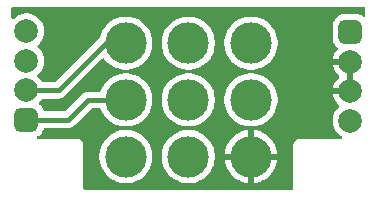
<source format=gbr>
%TF.GenerationSoftware,KiCad,Pcbnew,9.0.2*%
%TF.CreationDate,2025-07-08T13:29:16-05:00*%
%TF.ProjectId,3PDT Footswitch,33504454-2046-46f6-9f74-737769746368,rev?*%
%TF.SameCoordinates,Original*%
%TF.FileFunction,Copper,L2,Bot*%
%TF.FilePolarity,Positive*%
%FSLAX46Y46*%
G04 Gerber Fmt 4.6, Leading zero omitted, Abs format (unit mm)*
G04 Created by KiCad (PCBNEW 9.0.2) date 2025-07-08 13:29:16*
%MOMM*%
%LPD*%
G01*
G04 APERTURE LIST*
G04 Aperture macros list*
%AMRoundRect*
0 Rectangle with rounded corners*
0 $1 Rounding radius*
0 $2 $3 $4 $5 $6 $7 $8 $9 X,Y pos of 4 corners*
0 Add a 4 corners polygon primitive as box body*
4,1,4,$2,$3,$4,$5,$6,$7,$8,$9,$2,$3,0*
0 Add four circle primitives for the rounded corners*
1,1,$1+$1,$2,$3*
1,1,$1+$1,$4,$5*
1,1,$1+$1,$6,$7*
1,1,$1+$1,$8,$9*
0 Add four rect primitives between the rounded corners*
20,1,$1+$1,$2,$3,$4,$5,0*
20,1,$1+$1,$4,$5,$6,$7,0*
20,1,$1+$1,$6,$7,$8,$9,0*
20,1,$1+$1,$8,$9,$2,$3,0*%
G04 Aperture macros list end*
%TA.AperFunction,ComponentPad*%
%ADD10RoundRect,0.500000X0.500000X-0.500000X0.500000X0.500000X-0.500000X0.500000X-0.500000X-0.500000X0*%
%TD*%
%TA.AperFunction,ComponentPad*%
%ADD11C,2.000000*%
%TD*%
%TA.AperFunction,ComponentPad*%
%ADD12RoundRect,0.500000X-0.500000X0.500000X-0.500000X-0.500000X0.500000X-0.500000X0.500000X0.500000X0*%
%TD*%
%TA.AperFunction,ComponentPad*%
%ADD13C,3.500000*%
%TD*%
%TA.AperFunction,ViaPad*%
%ADD14C,0.609600*%
%TD*%
%TA.AperFunction,Conductor*%
%ADD15C,0.406400*%
%TD*%
G04 APERTURE END LIST*
D10*
%TO.P,J2,1,1*%
%TO.N,/LED+*%
X11684000Y23722000D03*
D11*
%TO.P,J2,2,2*%
%TO.N,/LED-*%
X11684000Y26222000D03*
%TO.P,J2,3,3*%
%TO.N,/OUT*%
X11684000Y28722000D03*
%TO.P,J2,4,4*%
%TO.N,/RETURN*%
X11684000Y31222000D03*
%TD*%
D12*
%TO.P,J1,1,1*%
%TO.N,/SEND*%
X39116000Y31142000D03*
D11*
%TO.P,J1,2,2*%
%TO.N,GND*%
X39116000Y28642000D03*
%TO.P,J1,3,3*%
X39116000Y26142000D03*
%TO.P,J1,4,4*%
%TO.N,/IN*%
X39116000Y23642000D03*
%TD*%
D13*
%TO.P,SW1,1,1*%
%TO.N,unconnected-(SW1-Pad1)*%
X20100000Y20600000D03*
%TO.P,SW1,2,2*%
%TO.N,/LED+*%
X20100000Y25400000D03*
%TO.P,SW1,3,3*%
%TO.N,/LED-*%
X20100000Y30200000D03*
%TO.P,SW1,4,4*%
%TO.N,/IN*%
X25400000Y20600000D03*
%TO.P,SW1,5,5*%
%TO.N,/OUT*%
X25400000Y25400000D03*
%TO.P,SW1,6,6*%
%TO.N,/RETURN*%
X25400000Y30200000D03*
%TO.P,SW1,7,7*%
%TO.N,GND*%
X30700000Y20600000D03*
%TO.P,SW1,8,8*%
%TO.N,/SEND*%
X30700000Y25400000D03*
%TO.P,SW1,9,9*%
%TO.N,/IN*%
X30700000Y30200000D03*
%TD*%
D14*
%TO.N,GND*%
X28117800Y32410400D03*
X36118800Y25196800D03*
X33959800Y32512000D03*
X22783800Y23215600D03*
X17068800Y22910800D03*
X15341600Y30911800D03*
%TD*%
D15*
%TO.N,/LED-*%
X20100000Y30200000D02*
X18389000Y30200000D01*
X14411000Y26222000D02*
X11684000Y26222000D01*
X18389000Y30200000D02*
X14411000Y26222000D01*
%TO.N,/LED+*%
X16891000Y25400000D02*
X15213000Y23722000D01*
X20100000Y25400000D02*
X16891000Y25400000D01*
X15213000Y23722000D02*
X11684000Y23722000D01*
%TD*%
%TA.AperFunction,Conductor*%
%TO.N,GND*%
G36*
X40328539Y33253815D02*
G01*
X40374294Y33201011D01*
X40385500Y33149500D01*
X40385500Y32566602D01*
X40365815Y32499563D01*
X40313011Y32453808D01*
X40243853Y32443864D01*
X40183138Y32470501D01*
X40169407Y32481698D01*
X39989049Y32575909D01*
X39793418Y32631886D01*
X39674037Y32642500D01*
X38557964Y32642499D01*
X38438582Y32631886D01*
X38242951Y32575909D01*
X38062593Y32481698D01*
X38016193Y32443864D01*
X37904890Y32353109D01*
X37861243Y32299579D01*
X37776302Y32195407D01*
X37713531Y32075238D01*
X37682089Y32015045D01*
X37648550Y31897829D01*
X37626114Y31819418D01*
X37626114Y31819416D01*
X37626113Y31819413D01*
X37615500Y31700033D01*
X37615500Y30583971D01*
X37615501Y30583965D01*
X37626113Y30464584D01*
X37682089Y30268954D01*
X37776304Y30088590D01*
X37904890Y29930890D01*
X38007115Y29847538D01*
X38046632Y29789917D01*
X38048724Y29720079D01*
X38016435Y29663755D01*
X37971866Y29619186D01*
X37833085Y29428171D01*
X37725897Y29217802D01*
X37652934Y28993247D01*
X37636898Y28892000D01*
X38682988Y28892000D01*
X38650075Y28834993D01*
X38616000Y28707826D01*
X38616000Y28576174D01*
X38650075Y28449007D01*
X38682988Y28392000D01*
X37636898Y28392000D01*
X37652934Y28290752D01*
X37725897Y28066197D01*
X37833085Y27855828D01*
X37971866Y27664813D01*
X38138816Y27497863D01*
X38146451Y27492317D01*
X38189116Y27436986D01*
X38195094Y27367373D01*
X38162487Y27305578D01*
X38146451Y27291683D01*
X38138816Y27286136D01*
X37971866Y27119186D01*
X37833085Y26928171D01*
X37725897Y26717802D01*
X37652934Y26493247D01*
X37636898Y26392000D01*
X38682988Y26392000D01*
X38650075Y26334993D01*
X38616000Y26207826D01*
X38616000Y26076174D01*
X38650075Y25949007D01*
X38682988Y25892000D01*
X37636898Y25892000D01*
X37652934Y25790752D01*
X37725897Y25566197D01*
X37833085Y25355828D01*
X37971866Y25164813D01*
X38138813Y24997866D01*
X38146025Y24992627D01*
X38188690Y24937297D01*
X38194669Y24867683D01*
X38162063Y24805888D01*
X38146027Y24791993D01*
X38138490Y24786517D01*
X37971483Y24619510D01*
X37832730Y24428534D01*
X37832657Y24428433D01*
X37725433Y24217996D01*
X37652446Y23993368D01*
X37615500Y23760097D01*
X37615500Y23523902D01*
X37652446Y23290631D01*
X37725433Y23066003D01*
X37832657Y22855566D01*
X37911862Y22746550D01*
X37971483Y22664490D01*
X37971485Y22664488D01*
X37971485Y22664487D01*
X38138487Y22497485D01*
X38329566Y22358657D01*
X38379951Y22332985D01*
X38430747Y22285010D01*
X38447542Y22217189D01*
X38425004Y22151054D01*
X38370289Y22107603D01*
X38323656Y22098500D01*
X34864945Y22098500D01*
X34731055Y22098500D01*
X34601726Y22063847D01*
X34485774Y21996901D01*
X34391099Y21902226D01*
X34324153Y21786274D01*
X34291859Y21665747D01*
X34289500Y21656944D01*
X34289500Y17904500D01*
X34269815Y17837461D01*
X34217011Y17791706D01*
X34165500Y17780500D01*
X16634500Y17780500D01*
X16567461Y17800185D01*
X16521706Y17852989D01*
X16510500Y17904500D01*
X16510500Y20747513D01*
X17849500Y20747513D01*
X17849500Y20452486D01*
X17886153Y20174085D01*
X17887994Y20160102D01*
X17888006Y20160015D01*
X17888008Y20160004D01*
X17964361Y19875048D01*
X17964364Y19875038D01*
X18077254Y19602499D01*
X18077258Y19602489D01*
X18224761Y19347006D01*
X18404352Y19112959D01*
X18404358Y19112952D01*
X18612952Y18904358D01*
X18612959Y18904352D01*
X18847006Y18724761D01*
X19102489Y18577258D01*
X19102499Y18577254D01*
X19375038Y18464364D01*
X19375048Y18464361D01*
X19660007Y18388007D01*
X19660015Y18388006D01*
X19952486Y18349500D01*
X19952494Y18349500D01*
X20247513Y18349500D01*
X20491113Y18381571D01*
X20539993Y18388007D01*
X20824952Y18464361D01*
X20824954Y18464362D01*
X20824961Y18464364D01*
X21097500Y18577254D01*
X21097510Y18577258D01*
X21352993Y18724761D01*
X21587040Y18904352D01*
X21587047Y18904358D01*
X21795641Y19112952D01*
X21795647Y19112959D01*
X21975238Y19347006D01*
X22122741Y19602489D01*
X22122745Y19602499D01*
X22122832Y19602707D01*
X22235639Y19875048D01*
X22311993Y20160007D01*
X22350500Y20452494D01*
X22350500Y20747506D01*
X22350499Y20747513D01*
X23149500Y20747513D01*
X23149500Y20452486D01*
X23186153Y20174085D01*
X23187994Y20160102D01*
X23188006Y20160015D01*
X23188008Y20160004D01*
X23264361Y19875048D01*
X23264364Y19875038D01*
X23377254Y19602499D01*
X23377258Y19602489D01*
X23524761Y19347006D01*
X23704352Y19112959D01*
X23704358Y19112952D01*
X23912952Y18904358D01*
X23912959Y18904352D01*
X24147006Y18724761D01*
X24402489Y18577258D01*
X24402499Y18577254D01*
X24675038Y18464364D01*
X24675048Y18464361D01*
X24960007Y18388007D01*
X24960015Y18388006D01*
X25252486Y18349500D01*
X25252494Y18349500D01*
X25547513Y18349500D01*
X25791113Y18381571D01*
X25839993Y18388007D01*
X26124952Y18464361D01*
X26124954Y18464362D01*
X26124961Y18464364D01*
X26397500Y18577254D01*
X26397510Y18577258D01*
X26652993Y18724761D01*
X26887040Y18904352D01*
X26887047Y18904358D01*
X27095641Y19112952D01*
X27095647Y19112959D01*
X27275238Y19347006D01*
X27422741Y19602489D01*
X27422745Y19602499D01*
X27422832Y19602707D01*
X27535639Y19875048D01*
X27611993Y20160007D01*
X27650500Y20452494D01*
X27650500Y20747506D01*
X27637006Y20850000D01*
X28463498Y20850000D01*
X29575261Y20850000D01*
X29550000Y20690507D01*
X29550000Y20509493D01*
X29575261Y20350000D01*
X28463498Y20350000D01*
X28488496Y20160115D01*
X28488499Y20160102D01*
X28564835Y19875209D01*
X28564838Y19875199D01*
X28677704Y19602718D01*
X28677709Y19602707D01*
X28825174Y19347292D01*
X28825185Y19347276D01*
X29004729Y19113290D01*
X29004735Y19113283D01*
X29213283Y18904735D01*
X29213290Y18904729D01*
X29447276Y18725185D01*
X29447292Y18725174D01*
X29702707Y18577709D01*
X29702718Y18577704D01*
X29975199Y18464838D01*
X29975209Y18464835D01*
X30260102Y18388499D01*
X30260113Y18388497D01*
X30449999Y18363496D01*
X30450000Y18363496D01*
X30450000Y19475261D01*
X30609493Y19450000D01*
X30790507Y19450000D01*
X30950000Y19475261D01*
X30950000Y18363496D01*
X31139886Y18388497D01*
X31139897Y18388499D01*
X31424790Y18464835D01*
X31424800Y18464838D01*
X31697281Y18577704D01*
X31697292Y18577709D01*
X31952707Y18725174D01*
X31952723Y18725185D01*
X32186709Y18904729D01*
X32186716Y18904735D01*
X32395264Y19113283D01*
X32395270Y19113290D01*
X32574814Y19347276D01*
X32574825Y19347292D01*
X32722290Y19602707D01*
X32722295Y19602718D01*
X32835161Y19875199D01*
X32835164Y19875209D01*
X32911500Y20160102D01*
X32911503Y20160115D01*
X32936502Y20350000D01*
X31824739Y20350000D01*
X31850000Y20509493D01*
X31850000Y20690507D01*
X31824739Y20850000D01*
X32936502Y20850000D01*
X32911503Y21039884D01*
X32911500Y21039897D01*
X32835164Y21324790D01*
X32835161Y21324800D01*
X32722295Y21597281D01*
X32722290Y21597292D01*
X32574825Y21852707D01*
X32574814Y21852723D01*
X32395270Y22086709D01*
X32395264Y22086716D01*
X32186716Y22295264D01*
X32186709Y22295270D01*
X31952723Y22474814D01*
X31952707Y22474825D01*
X31697292Y22622290D01*
X31697281Y22622295D01*
X31424800Y22735161D01*
X31424790Y22735164D01*
X31139897Y22811500D01*
X31139884Y22811503D01*
X30950000Y22836501D01*
X30950000Y21724738D01*
X30790507Y21750000D01*
X30609493Y21750000D01*
X30450000Y21724738D01*
X30450000Y22836502D01*
X30260115Y22811503D01*
X30260102Y22811500D01*
X29975209Y22735164D01*
X29975199Y22735161D01*
X29702718Y22622295D01*
X29702707Y22622290D01*
X29447292Y22474825D01*
X29447276Y22474814D01*
X29213290Y22295270D01*
X29213283Y22295264D01*
X29004735Y22086716D01*
X29004729Y22086709D01*
X28825185Y21852723D01*
X28825174Y21852707D01*
X28677709Y21597292D01*
X28677704Y21597281D01*
X28564838Y21324800D01*
X28564835Y21324790D01*
X28488499Y21039897D01*
X28488496Y21039884D01*
X28463498Y20850000D01*
X27637006Y20850000D01*
X27611993Y21039993D01*
X27535639Y21324952D01*
X27422743Y21597507D01*
X27275238Y21852994D01*
X27095646Y22087042D01*
X26887042Y22295646D01*
X26652994Y22475238D01*
X26397507Y22622743D01*
X26124952Y22735639D01*
X25839993Y22811993D01*
X25547506Y22850500D01*
X25252494Y22850500D01*
X24960007Y22811993D01*
X24675048Y22735639D01*
X24402493Y22622743D01*
X24402490Y22622741D01*
X24402489Y22622741D01*
X24147006Y22475238D01*
X23912959Y22295647D01*
X23912952Y22295641D01*
X23704358Y22087047D01*
X23704352Y22087040D01*
X23524761Y21852993D01*
X23377258Y21597510D01*
X23377254Y21597500D01*
X23264364Y21324961D01*
X23264362Y21324954D01*
X23264361Y21324952D01*
X23188007Y21039993D01*
X23187993Y21039884D01*
X23149500Y20747513D01*
X22350499Y20747513D01*
X22311993Y21039993D01*
X22235639Y21324952D01*
X22122743Y21597507D01*
X21975238Y21852994D01*
X21795646Y22087042D01*
X21587042Y22295646D01*
X21352994Y22475238D01*
X21097507Y22622743D01*
X20824952Y22735639D01*
X20539993Y22811993D01*
X20247506Y22850500D01*
X19952494Y22850500D01*
X19660007Y22811993D01*
X19375048Y22735639D01*
X19102493Y22622743D01*
X19102490Y22622741D01*
X19102489Y22622741D01*
X18847006Y22475238D01*
X18612959Y22295647D01*
X18612952Y22295641D01*
X18404358Y22087047D01*
X18404352Y22087040D01*
X18224761Y21852993D01*
X18077258Y21597510D01*
X18077254Y21597500D01*
X17964364Y21324961D01*
X17964362Y21324954D01*
X17964361Y21324952D01*
X17888007Y21039993D01*
X17887993Y21039884D01*
X17849500Y20747513D01*
X16510500Y20747513D01*
X16510500Y21656943D01*
X16510500Y21656945D01*
X16475847Y21786274D01*
X16408901Y21902226D01*
X16314226Y21996901D01*
X16198274Y22063847D01*
X16068945Y22098500D01*
X16068943Y22098500D01*
X12699302Y22098500D01*
X12632263Y22118185D01*
X12586508Y22170989D01*
X12576564Y22240147D01*
X12605589Y22303703D01*
X12641889Y22332408D01*
X12737407Y22382302D01*
X12895109Y22510890D01*
X12985947Y22622295D01*
X13023698Y22668593D01*
X13117909Y22848951D01*
X13140646Y22928412D01*
X13178014Y22987450D01*
X13241368Y23016913D01*
X13259862Y23018300D01*
X15137558Y23018300D01*
X15137578Y23018299D01*
X15143692Y23018299D01*
X15282310Y23018299D01*
X15418256Y23045341D01*
X15418264Y23045343D01*
X15546323Y23098386D01*
X15661585Y23175401D01*
X15763920Y23277736D01*
X15763940Y23277758D01*
X17146163Y24659981D01*
X17207486Y24693466D01*
X17233844Y24696300D01*
X17872704Y24696300D01*
X17939743Y24676615D01*
X17985498Y24623811D01*
X17987265Y24619753D01*
X18077254Y24402499D01*
X18077258Y24402489D01*
X18224761Y24147006D01*
X18404352Y23912959D01*
X18404358Y23912952D01*
X18612952Y23704358D01*
X18612959Y23704352D01*
X18847006Y23524761D01*
X19102489Y23377258D01*
X19102499Y23377254D01*
X19375038Y23264364D01*
X19375048Y23264361D01*
X19660007Y23188007D01*
X19660015Y23188006D01*
X19952486Y23149500D01*
X19952494Y23149500D01*
X20247513Y23149500D01*
X20491113Y23181571D01*
X20539993Y23188007D01*
X20824952Y23264361D01*
X20824954Y23264362D01*
X20824961Y23264364D01*
X21097500Y23377254D01*
X21097510Y23377258D01*
X21352993Y23524761D01*
X21587040Y23704352D01*
X21587047Y23704358D01*
X21795641Y23912952D01*
X21795647Y23912959D01*
X21975238Y24147006D01*
X22122741Y24402489D01*
X22122745Y24402499D01*
X22132356Y24425700D01*
X22235639Y24675048D01*
X22311993Y24960007D01*
X22350500Y25252494D01*
X22350500Y25547506D01*
X22350499Y25547513D01*
X23149500Y25547513D01*
X23149500Y25252486D01*
X23188006Y24960015D01*
X23188008Y24960004D01*
X23264361Y24675048D01*
X23264364Y24675038D01*
X23377254Y24402499D01*
X23377258Y24402489D01*
X23524761Y24147006D01*
X23704352Y23912959D01*
X23704358Y23912952D01*
X23912952Y23704358D01*
X23912959Y23704352D01*
X24147006Y23524761D01*
X24402489Y23377258D01*
X24402499Y23377254D01*
X24675038Y23264364D01*
X24675048Y23264361D01*
X24960007Y23188007D01*
X24960015Y23188006D01*
X25252486Y23149500D01*
X25252494Y23149500D01*
X25547513Y23149500D01*
X25791113Y23181571D01*
X25839993Y23188007D01*
X26124952Y23264361D01*
X26124954Y23264362D01*
X26124961Y23264364D01*
X26397500Y23377254D01*
X26397510Y23377258D01*
X26652993Y23524761D01*
X26887040Y23704352D01*
X26887047Y23704358D01*
X27095641Y23912952D01*
X27095647Y23912959D01*
X27275238Y24147006D01*
X27422741Y24402489D01*
X27422745Y24402499D01*
X27432356Y24425700D01*
X27535639Y24675048D01*
X27611993Y24960007D01*
X27650500Y25252494D01*
X27650500Y25547506D01*
X27650499Y25547513D01*
X28449500Y25547513D01*
X28449500Y25252486D01*
X28488006Y24960015D01*
X28488008Y24960004D01*
X28564361Y24675048D01*
X28564364Y24675038D01*
X28677254Y24402499D01*
X28677258Y24402489D01*
X28824761Y24147006D01*
X29004352Y23912959D01*
X29004358Y23912952D01*
X29212952Y23704358D01*
X29212959Y23704352D01*
X29447006Y23524761D01*
X29702489Y23377258D01*
X29702499Y23377254D01*
X29975038Y23264364D01*
X29975048Y23264361D01*
X30260007Y23188007D01*
X30260015Y23188006D01*
X30552486Y23149500D01*
X30552494Y23149500D01*
X30847513Y23149500D01*
X31091113Y23181571D01*
X31139993Y23188007D01*
X31424952Y23264361D01*
X31424954Y23264362D01*
X31424961Y23264364D01*
X31697500Y23377254D01*
X31697510Y23377258D01*
X31952993Y23524761D01*
X32187040Y23704352D01*
X32187047Y23704358D01*
X32395641Y23912952D01*
X32395647Y23912959D01*
X32575238Y24147006D01*
X32722741Y24402489D01*
X32722745Y24402499D01*
X32732356Y24425700D01*
X32835639Y24675048D01*
X32911993Y24960007D01*
X32950500Y25252494D01*
X32950500Y25547506D01*
X32911993Y25839993D01*
X32835639Y26124952D01*
X32722743Y26397507D01*
X32575238Y26652994D01*
X32395646Y26887042D01*
X32187042Y27095646D01*
X31952994Y27275238D01*
X31697507Y27422743D01*
X31424952Y27535639D01*
X31139993Y27611993D01*
X30847506Y27650500D01*
X30552494Y27650500D01*
X30260007Y27611993D01*
X29975048Y27535639D01*
X29702493Y27422743D01*
X29702490Y27422741D01*
X29702489Y27422741D01*
X29447006Y27275238D01*
X29212959Y27095647D01*
X29212952Y27095641D01*
X29004358Y26887047D01*
X29004352Y26887040D01*
X28824761Y26652993D01*
X28677258Y26397510D01*
X28677254Y26397500D01*
X28564364Y26124961D01*
X28564362Y26124954D01*
X28564361Y26124952D01*
X28488007Y25839993D01*
X28488006Y25839984D01*
X28449500Y25547513D01*
X27650499Y25547513D01*
X27611993Y25839993D01*
X27535639Y26124952D01*
X27422743Y26397507D01*
X27275238Y26652994D01*
X27095646Y26887042D01*
X26887042Y27095646D01*
X26652994Y27275238D01*
X26397507Y27422743D01*
X26124952Y27535639D01*
X25839993Y27611993D01*
X25547506Y27650500D01*
X25252494Y27650500D01*
X24960007Y27611993D01*
X24675048Y27535639D01*
X24402493Y27422743D01*
X24402490Y27422741D01*
X24402489Y27422741D01*
X24147006Y27275238D01*
X23912959Y27095647D01*
X23912952Y27095641D01*
X23704358Y26887047D01*
X23704352Y26887040D01*
X23524761Y26652993D01*
X23377258Y26397510D01*
X23377254Y26397500D01*
X23264364Y26124961D01*
X23264362Y26124954D01*
X23264361Y26124952D01*
X23188007Y25839993D01*
X23188006Y25839984D01*
X23149500Y25547513D01*
X22350499Y25547513D01*
X22311993Y25839993D01*
X22235639Y26124952D01*
X22122743Y26397507D01*
X21975238Y26652994D01*
X21795646Y26887042D01*
X21587042Y27095646D01*
X21352994Y27275238D01*
X21097507Y27422743D01*
X20824952Y27535639D01*
X20539993Y27611993D01*
X20247506Y27650500D01*
X19952494Y27650500D01*
X19660007Y27611993D01*
X19375048Y27535639D01*
X19102493Y27422743D01*
X19102490Y27422741D01*
X19102489Y27422741D01*
X18847006Y27275238D01*
X18612959Y27095647D01*
X18612952Y27095641D01*
X18404358Y26887047D01*
X18404352Y26887040D01*
X18224761Y26652993D01*
X18077258Y26397510D01*
X18077254Y26397500D01*
X17987265Y26180247D01*
X17943424Y26125844D01*
X17877130Y26103779D01*
X17872704Y26103700D01*
X16821689Y26103700D01*
X16685743Y26076658D01*
X16685738Y26076657D01*
X16685733Y26076655D01*
X16557676Y26023613D01*
X16442414Y25946598D01*
X16341303Y25845487D01*
X16341274Y25845456D01*
X14957837Y24462019D01*
X14896514Y24428534D01*
X14870156Y24425700D01*
X13259862Y24425700D01*
X13192823Y24445385D01*
X13147068Y24498189D01*
X13140646Y24515588D01*
X13135132Y24534855D01*
X13117909Y24595049D01*
X13023698Y24775407D01*
X12895109Y24933109D01*
X12862121Y24960007D01*
X12793275Y25016144D01*
X12753757Y25073764D01*
X12751665Y25143603D01*
X12783954Y25199927D01*
X12828514Y25244487D01*
X12828517Y25244490D01*
X12967343Y25435567D01*
X12975000Y25450595D01*
X13022975Y25501391D01*
X13085485Y25518300D01*
X14335558Y25518300D01*
X14335578Y25518299D01*
X14341692Y25518299D01*
X14480310Y25518299D01*
X14616256Y25545341D01*
X14616264Y25545343D01*
X14744322Y25598386D01*
X14744323Y25598387D01*
X14744324Y25598387D01*
X14744327Y25598389D01*
X14751155Y25602951D01*
X14754618Y25605265D01*
X14859581Y25675398D01*
X14859582Y25675399D01*
X14860258Y25676075D01*
X14957600Y25773417D01*
X14957601Y25773419D01*
X14964667Y25780485D01*
X14964667Y25780484D01*
X14964670Y25780488D01*
X18084153Y28899971D01*
X18145476Y28933456D01*
X18215168Y28928472D01*
X18270210Y28887777D01*
X18404358Y28712952D01*
X18612952Y28504358D01*
X18612959Y28504352D01*
X18847006Y28324761D01*
X19102489Y28177258D01*
X19102499Y28177254D01*
X19375038Y28064364D01*
X19375048Y28064361D01*
X19660007Y27988007D01*
X19660015Y27988006D01*
X19952486Y27949500D01*
X19952494Y27949500D01*
X20247513Y27949500D01*
X20491113Y27981571D01*
X20539993Y27988007D01*
X20824952Y28064361D01*
X20824954Y28064362D01*
X20824961Y28064364D01*
X21097500Y28177254D01*
X21097510Y28177258D01*
X21352993Y28324761D01*
X21587040Y28504352D01*
X21587047Y28504358D01*
X21795641Y28712952D01*
X21795647Y28712959D01*
X21975238Y28947006D01*
X22122741Y29202489D01*
X22122745Y29202499D01*
X22162302Y29297996D01*
X22235639Y29475048D01*
X22311993Y29760007D01*
X22350500Y30052494D01*
X22350500Y30347506D01*
X22350499Y30347513D01*
X23149500Y30347513D01*
X23149500Y30052486D01*
X23173985Y29866514D01*
X23188007Y29760007D01*
X23216917Y29652114D01*
X23264361Y29475048D01*
X23264364Y29475038D01*
X23377254Y29202499D01*
X23377258Y29202489D01*
X23524761Y28947006D01*
X23704352Y28712959D01*
X23704358Y28712952D01*
X23912952Y28504358D01*
X23912959Y28504352D01*
X24147006Y28324761D01*
X24402489Y28177258D01*
X24402499Y28177254D01*
X24675038Y28064364D01*
X24675048Y28064361D01*
X24960007Y27988007D01*
X24960015Y27988006D01*
X25252486Y27949500D01*
X25252494Y27949500D01*
X25547513Y27949500D01*
X25791113Y27981571D01*
X25839993Y27988007D01*
X26124952Y28064361D01*
X26124954Y28064362D01*
X26124961Y28064364D01*
X26397500Y28177254D01*
X26397510Y28177258D01*
X26652993Y28324761D01*
X26887040Y28504352D01*
X26887047Y28504358D01*
X27095641Y28712952D01*
X27095647Y28712959D01*
X27275238Y28947006D01*
X27422741Y29202489D01*
X27422745Y29202499D01*
X27462302Y29297996D01*
X27535639Y29475048D01*
X27611993Y29760007D01*
X27650500Y30052494D01*
X27650500Y30347506D01*
X27650499Y30347513D01*
X28449500Y30347513D01*
X28449500Y30052486D01*
X28473985Y29866514D01*
X28488007Y29760007D01*
X28516917Y29652114D01*
X28564361Y29475048D01*
X28564364Y29475038D01*
X28677254Y29202499D01*
X28677258Y29202489D01*
X28824761Y28947006D01*
X29004352Y28712959D01*
X29004358Y28712952D01*
X29212952Y28504358D01*
X29212959Y28504352D01*
X29447006Y28324761D01*
X29702489Y28177258D01*
X29702499Y28177254D01*
X29975038Y28064364D01*
X29975048Y28064361D01*
X30260007Y27988007D01*
X30260015Y27988006D01*
X30552486Y27949500D01*
X30552494Y27949500D01*
X30847513Y27949500D01*
X31091113Y27981571D01*
X31139993Y27988007D01*
X31424952Y28064361D01*
X31424954Y28064362D01*
X31424961Y28064364D01*
X31697500Y28177254D01*
X31697510Y28177258D01*
X31952993Y28324761D01*
X32187040Y28504352D01*
X32187047Y28504358D01*
X32395641Y28712952D01*
X32395647Y28712959D01*
X32575238Y28947006D01*
X32722741Y29202489D01*
X32722745Y29202499D01*
X32762302Y29297996D01*
X32835639Y29475048D01*
X32911993Y29760007D01*
X32950500Y30052494D01*
X32950500Y30347506D01*
X32911993Y30639993D01*
X32835639Y30924952D01*
X32722743Y31197507D01*
X32575238Y31452994D01*
X32395646Y31687042D01*
X32187042Y31895646D01*
X31952994Y32075238D01*
X31697507Y32222743D01*
X31424952Y32335639D01*
X31139993Y32411993D01*
X30847506Y32450500D01*
X30552494Y32450500D01*
X30260007Y32411993D01*
X29975048Y32335639D01*
X29702493Y32222743D01*
X29702490Y32222741D01*
X29702489Y32222741D01*
X29447006Y32075238D01*
X29212959Y31895647D01*
X29212952Y31895641D01*
X29004358Y31687047D01*
X29004352Y31687040D01*
X28824761Y31452993D01*
X28677258Y31197510D01*
X28677254Y31197500D01*
X28564364Y30924961D01*
X28564363Y30924956D01*
X28564361Y30924952D01*
X28488007Y30639993D01*
X28488006Y30639984D01*
X28449500Y30347513D01*
X27650499Y30347513D01*
X27611993Y30639993D01*
X27535639Y30924952D01*
X27422743Y31197507D01*
X27275238Y31452994D01*
X27095646Y31687042D01*
X26887042Y31895646D01*
X26652994Y32075238D01*
X26397507Y32222743D01*
X26124952Y32335639D01*
X25839993Y32411993D01*
X25547506Y32450500D01*
X25252494Y32450500D01*
X24960007Y32411993D01*
X24675048Y32335639D01*
X24402493Y32222743D01*
X24402490Y32222741D01*
X24402489Y32222741D01*
X24147006Y32075238D01*
X23912959Y31895647D01*
X23912952Y31895641D01*
X23704358Y31687047D01*
X23704352Y31687040D01*
X23524761Y31452993D01*
X23377258Y31197510D01*
X23377254Y31197500D01*
X23264364Y30924961D01*
X23264363Y30924956D01*
X23264361Y30924952D01*
X23188007Y30639993D01*
X23188006Y30639984D01*
X23149500Y30347513D01*
X22350499Y30347513D01*
X22311993Y30639993D01*
X22235639Y30924952D01*
X22122743Y31197507D01*
X21975238Y31452994D01*
X21795646Y31687042D01*
X21587042Y31895646D01*
X21352994Y32075238D01*
X21097507Y32222743D01*
X20824952Y32335639D01*
X20539993Y32411993D01*
X20247506Y32450500D01*
X19952494Y32450500D01*
X19660007Y32411993D01*
X19375048Y32335639D01*
X19102493Y32222743D01*
X19102490Y32222741D01*
X19102489Y32222741D01*
X18847006Y32075238D01*
X18612959Y31895647D01*
X18612952Y31895641D01*
X18404358Y31687047D01*
X18404352Y31687040D01*
X18224761Y31452993D01*
X18077258Y31197510D01*
X18077254Y31197500D01*
X17964362Y30924956D01*
X17916443Y30746119D01*
X17884349Y30690532D01*
X14155837Y26962019D01*
X14094514Y26928534D01*
X14068156Y26925700D01*
X13085485Y26925700D01*
X13018446Y26945385D01*
X12975000Y26993405D01*
X12967343Y27008433D01*
X12828517Y27199510D01*
X12661510Y27366517D01*
X12654401Y27371682D01*
X12611735Y27427012D01*
X12605756Y27496625D01*
X12638362Y27558420D01*
X12654401Y27572318D01*
X12661506Y27577480D01*
X12661512Y27577485D01*
X12828514Y27744487D01*
X12828517Y27744490D01*
X12967343Y27935567D01*
X13072526Y28142000D01*
X13074566Y28146003D01*
X13084722Y28177258D01*
X13147553Y28370632D01*
X13184500Y28603902D01*
X13184500Y28840097D01*
X13147553Y29073368D01*
X13105599Y29202489D01*
X13074568Y29297992D01*
X12967343Y29508433D01*
X12828517Y29699510D01*
X12661510Y29866517D01*
X12654401Y29871682D01*
X12611735Y29927012D01*
X12605756Y29996625D01*
X12638362Y30058420D01*
X12654401Y30072318D01*
X12661506Y30077480D01*
X12661512Y30077485D01*
X12828514Y30244487D01*
X12828517Y30244490D01*
X12967343Y30435567D01*
X13071499Y30639984D01*
X13074566Y30646003D01*
X13147553Y30870631D01*
X13184500Y31103902D01*
X13184500Y31340097D01*
X13147553Y31573368D01*
X13074568Y31797992D01*
X12967343Y32008433D01*
X12828517Y32199510D01*
X12661510Y32366517D01*
X12470433Y32505343D01*
X12259992Y32612568D01*
X12035368Y32685553D01*
X11802097Y32722500D01*
X11802092Y32722500D01*
X11565908Y32722500D01*
X11565903Y32722500D01*
X11332631Y32685553D01*
X11228412Y32651689D01*
X11108008Y32612568D01*
X11108005Y32612566D01*
X11108003Y32612566D01*
X10996991Y32556002D01*
X10897567Y32505343D01*
X10706490Y32366517D01*
X10706487Y32366514D01*
X10626181Y32286208D01*
X10564858Y32252723D01*
X10495166Y32257707D01*
X10439233Y32299579D01*
X10414816Y32365043D01*
X10414500Y32373889D01*
X10414500Y33149500D01*
X10434185Y33216539D01*
X10486989Y33262294D01*
X10538500Y33273500D01*
X40261500Y33273500D01*
X40328539Y33253815D01*
G37*
%TD.AperFunction*%
%TA.AperFunction,Conductor*%
G36*
X39366000Y26575012D02*
G01*
X39308993Y26607925D01*
X39181826Y26642000D01*
X39050174Y26642000D01*
X38923007Y26607925D01*
X38866000Y26575012D01*
X38866000Y28208988D01*
X38923007Y28176075D01*
X39050174Y28142000D01*
X39181826Y28142000D01*
X39308993Y28176075D01*
X39366000Y28208988D01*
X39366000Y26575012D01*
G37*
%TD.AperFunction*%
%TD*%
M02*

</source>
